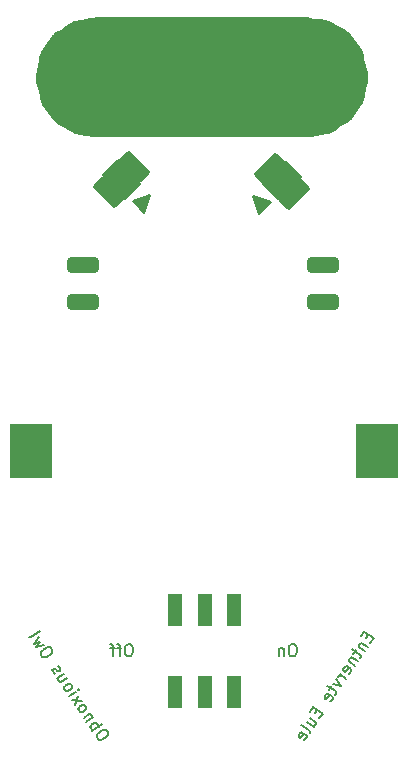
<source format=gbs>
G04 #@! TF.GenerationSoftware,KiCad,Pcbnew,(6.0.10)*
G04 #@! TF.CreationDate,2023-02-21T19:07:07+01:00*
G04 #@! TF.ProjectId,Eule,45756c65-2e6b-4696-9361-645f70636258,rev?*
G04 #@! TF.SameCoordinates,Original*
G04 #@! TF.FileFunction,Soldermask,Bot*
G04 #@! TF.FilePolarity,Negative*
%FSLAX46Y46*%
G04 Gerber Fmt 4.6, Leading zero omitted, Abs format (unit mm)*
G04 Created by KiCad (PCBNEW (6.0.10)) date 2023-02-21 19:07:07*
%MOMM*%
%LPD*%
G01*
G04 APERTURE LIST*
G04 Aperture macros list*
%AMRoundRect*
0 Rectangle with rounded corners*
0 $1 Rounding radius*
0 $2 $3 $4 $5 $6 $7 $8 $9 X,Y pos of 4 corners*
0 Add a 4 corners polygon primitive as box body*
4,1,4,$2,$3,$4,$5,$6,$7,$8,$9,$2,$3,0*
0 Add four circle primitives for the rounded corners*
1,1,$1+$1,$2,$3*
1,1,$1+$1,$4,$5*
1,1,$1+$1,$6,$7*
1,1,$1+$1,$8,$9*
0 Add four rect primitives between the rounded corners*
20,1,$1+$1,$2,$3,$4,$5,0*
20,1,$1+$1,$4,$5,$6,$7,0*
20,1,$1+$1,$6,$7,$8,$9,0*
20,1,$1+$1,$8,$9,$2,$3,0*%
G04 Aperture macros list end*
%ADD10C,0.200000*%
%ADD11C,0.150000*%
%ADD12C,5.075000*%
%ADD13R,1.200000X2.700000*%
%ADD14R,3.600000X4.600000*%
%ADD15RoundRect,0.250000X1.075000X-0.400000X1.075000X0.400000X-1.075000X0.400000X-1.075000X-0.400000X0*%
%ADD16RoundRect,0.250001X-0.433103X1.087175X-1.087175X0.433103X0.433103X-1.087175X1.087175X-0.433103X0*%
%ADD17RoundRect,0.250001X-1.087175X-0.433103X-0.433103X-1.087175X1.087175X0.433103X0.433103X1.087175X0*%
G04 APERTURE END LIST*
D10*
G36*
X61600000Y-50000000D02*
G01*
X60600000Y-51000000D01*
X60100000Y-49500000D01*
X61600000Y-50000000D01*
G37*
X61600000Y-50000000D02*
X60600000Y-51000000D01*
X60100000Y-49500000D01*
X61600000Y-50000000D01*
G36*
X50900000Y-50900000D02*
G01*
X49900000Y-49900000D01*
X51400000Y-49400000D01*
X50900000Y-50900000D01*
G37*
X50900000Y-50900000D02*
X49900000Y-49900000D01*
X51400000Y-49400000D01*
X50900000Y-50900000D01*
D11*
G36*
X50546000Y-48514000D02*
G01*
X49276000Y-49784000D01*
X47371000Y-47752000D01*
X48641000Y-46482000D01*
X50546000Y-48514000D01*
G37*
X50546000Y-48514000D02*
X49276000Y-49784000D01*
X47371000Y-47752000D01*
X48641000Y-46482000D01*
X50546000Y-48514000D01*
D12*
X49307500Y-39450000D02*
G75*
G03*
X49307500Y-39450000I-2537500J0D01*
G01*
D11*
X46770000Y-34450000D02*
X64770000Y-34450000D01*
X64770000Y-34450000D02*
X64770000Y-44450000D01*
X64770000Y-44450000D02*
X46770000Y-44450000D01*
X46770000Y-44450000D02*
X46770000Y-34450000D01*
G36*
X46770000Y-34450000D02*
G01*
X64770000Y-34450000D01*
X64770000Y-44450000D01*
X46770000Y-44450000D01*
X46770000Y-34450000D01*
G37*
D12*
X67307500Y-39450000D02*
G75*
G03*
X67307500Y-39450000I-2537500J0D01*
G01*
D11*
G36*
X64135000Y-47879000D02*
G01*
X62230000Y-49784000D01*
X60960000Y-48514000D01*
X62865000Y-46609000D01*
X64135000Y-47879000D01*
G37*
X64135000Y-47879000D02*
X62230000Y-49784000D01*
X60960000Y-48514000D01*
X62865000Y-46609000D01*
X64135000Y-47879000D01*
X49666666Y-87452380D02*
X49476190Y-87452380D01*
X49380952Y-87500000D01*
X49285714Y-87595238D01*
X49238095Y-87785714D01*
X49238095Y-88119047D01*
X49285714Y-88309523D01*
X49380952Y-88404761D01*
X49476190Y-88452380D01*
X49666666Y-88452380D01*
X49761904Y-88404761D01*
X49857142Y-88309523D01*
X49904761Y-88119047D01*
X49904761Y-87785714D01*
X49857142Y-87595238D01*
X49761904Y-87500000D01*
X49666666Y-87452380D01*
X48952380Y-87785714D02*
X48571428Y-87785714D01*
X48809523Y-88452380D02*
X48809523Y-87595238D01*
X48761904Y-87500000D01*
X48666666Y-87452380D01*
X48571428Y-87452380D01*
X48380952Y-87785714D02*
X48000000Y-87785714D01*
X48238095Y-88452380D02*
X48238095Y-87595238D01*
X48190476Y-87500000D01*
X48095238Y-87452380D01*
X48000000Y-87452380D01*
X47803217Y-94917919D02*
X47696704Y-94760007D01*
X47603970Y-94707679D01*
X47471757Y-94681980D01*
X47287217Y-94749014D01*
X47010871Y-94935412D01*
X46879588Y-95081403D01*
X46853888Y-95213615D01*
X46867667Y-95319200D01*
X46974180Y-95477112D01*
X47066914Y-95529439D01*
X47199127Y-95555139D01*
X47383667Y-95488104D01*
X47660013Y-95301706D01*
X47791296Y-95155715D01*
X47816996Y-95023503D01*
X47803217Y-94917919D01*
X46494871Y-94766508D02*
X47323909Y-94207315D01*
X47008085Y-94420341D02*
X46994307Y-94314757D01*
X46887794Y-94156845D01*
X46795059Y-94104517D01*
X46728953Y-94091667D01*
X46623369Y-94105446D01*
X46386501Y-94265215D01*
X46334173Y-94357950D01*
X46321324Y-94424056D01*
X46335102Y-94529640D01*
X46441615Y-94687552D01*
X46534349Y-94739880D01*
X46541627Y-93643631D02*
X45988935Y-94016426D01*
X46462671Y-93696887D02*
X46475521Y-93630781D01*
X46461742Y-93525197D01*
X46381857Y-93406763D01*
X46289123Y-93354435D01*
X46183539Y-93368214D01*
X45749281Y-93661124D01*
X45403114Y-93147911D02*
X45495848Y-93200238D01*
X45561955Y-93213088D01*
X45667539Y-93199310D01*
X45904407Y-93039540D01*
X45956734Y-92946806D01*
X45969584Y-92880700D01*
X45955806Y-92775115D01*
X45875921Y-92656682D01*
X45783186Y-92604354D01*
X45717080Y-92591504D01*
X45611496Y-92605283D01*
X45374628Y-92765052D01*
X45322300Y-92857786D01*
X45309451Y-92923893D01*
X45323229Y-93029477D01*
X45403114Y-93147911D01*
X45030319Y-92595219D02*
X45290100Y-91788166D01*
X45583010Y-92222424D02*
X44737408Y-92160961D01*
X44524382Y-91845137D02*
X45077074Y-91472342D01*
X45353420Y-91285945D02*
X45340570Y-91352051D01*
X45274464Y-91339201D01*
X45287314Y-91273095D01*
X45353420Y-91285945D01*
X45274464Y-91339201D01*
X44178215Y-91331924D02*
X44270950Y-91384251D01*
X44337056Y-91397101D01*
X44442640Y-91383323D01*
X44679508Y-91223553D01*
X44731836Y-91130819D01*
X44744685Y-91064713D01*
X44730907Y-90959128D01*
X44651022Y-90840694D01*
X44558288Y-90788367D01*
X44492182Y-90775517D01*
X44386597Y-90789295D01*
X44149729Y-90949065D01*
X44097402Y-91041799D01*
X44084552Y-91107906D01*
X44098330Y-91213490D01*
X44178215Y-91331924D01*
X44065201Y-89972179D02*
X43512509Y-90344974D01*
X44304855Y-90327481D02*
X43870597Y-90620391D01*
X43765013Y-90634170D01*
X43672279Y-90581842D01*
X43592394Y-90463408D01*
X43578616Y-90357824D01*
X43591465Y-90291718D01*
X43312333Y-89963044D02*
X43219599Y-89910716D01*
X43113086Y-89752804D01*
X43099307Y-89647220D01*
X43151635Y-89554486D01*
X43191113Y-89527858D01*
X43296697Y-89514079D01*
X43389432Y-89566407D01*
X43469316Y-89684841D01*
X43562051Y-89737169D01*
X43667635Y-89723390D01*
X43707113Y-89696762D01*
X43759441Y-89604027D01*
X43745662Y-89498443D01*
X43665778Y-89380009D01*
X43573043Y-89327681D01*
X43090020Y-87930316D02*
X42983507Y-87772404D01*
X42890773Y-87720077D01*
X42758560Y-87694377D01*
X42574020Y-87761412D01*
X42297674Y-87947810D01*
X42166390Y-88093801D01*
X42140691Y-88226013D01*
X42154469Y-88331597D01*
X42260982Y-88489509D01*
X42353717Y-88541837D01*
X42485929Y-88567536D01*
X42670469Y-88500501D01*
X42946815Y-88314104D01*
X43078099Y-88168113D01*
X43103798Y-88035900D01*
X43090020Y-87930316D01*
X42387622Y-87485066D02*
X41728418Y-87699950D01*
X42016685Y-87275755D01*
X41515392Y-87384126D01*
X41961571Y-86853419D01*
X41115968Y-86791956D02*
X41208703Y-86844284D01*
X41314287Y-86830505D01*
X42024891Y-86351197D01*
X63547619Y-87452380D02*
X63357142Y-87452380D01*
X63261904Y-87500000D01*
X63166666Y-87595238D01*
X63119047Y-87785714D01*
X63119047Y-88119047D01*
X63166666Y-88309523D01*
X63261904Y-88404761D01*
X63357142Y-88452380D01*
X63547619Y-88452380D01*
X63642857Y-88404761D01*
X63738095Y-88309523D01*
X63785714Y-88119047D01*
X63785714Y-87785714D01*
X63738095Y-87595238D01*
X63642857Y-87500000D01*
X63547619Y-87452380D01*
X62690476Y-87785714D02*
X62690476Y-88452380D01*
X62690476Y-87880952D02*
X62642857Y-87833333D01*
X62547619Y-87785714D01*
X62404761Y-87785714D01*
X62309523Y-87833333D01*
X62261904Y-87928571D01*
X62261904Y-88452380D01*
X69856574Y-86637218D02*
X69670176Y-86913564D01*
X70024550Y-87324909D02*
X70290832Y-86930129D01*
X69461794Y-86370936D01*
X69195512Y-86765716D01*
X69232204Y-87307415D02*
X69784895Y-87680211D01*
X69311160Y-87360672D02*
X69245053Y-87373522D01*
X69152319Y-87425849D01*
X69072434Y-87544283D01*
X69058656Y-87649867D01*
X69110984Y-87742602D01*
X69545241Y-88035512D01*
X68806152Y-87939063D02*
X68593126Y-88254887D01*
X68449921Y-87871099D02*
X69160525Y-88350407D01*
X69212853Y-88443142D01*
X69199074Y-88548726D01*
X69145818Y-88627682D01*
X68406728Y-88531233D02*
X68959420Y-88904028D01*
X68485684Y-88584489D02*
X68419578Y-88597339D01*
X68326844Y-88649667D01*
X68246959Y-88768101D01*
X68233181Y-88873685D01*
X68285508Y-88966419D01*
X68719766Y-89259330D01*
X68200980Y-89943305D02*
X68293714Y-89890977D01*
X68400227Y-89733066D01*
X68414006Y-89627481D01*
X68361678Y-89534747D01*
X68045854Y-89321721D01*
X67940270Y-89307943D01*
X67847536Y-89360270D01*
X67741023Y-89518182D01*
X67727244Y-89623766D01*
X67779572Y-89716501D01*
X67858528Y-89769757D01*
X68203766Y-89428234D01*
X67974176Y-90364713D02*
X67421484Y-89991918D01*
X67579396Y-90098431D02*
X67473812Y-90084652D01*
X67407705Y-90097502D01*
X67314971Y-90149830D01*
X67261714Y-90228786D01*
X67128573Y-90426176D02*
X67548124Y-90996361D01*
X66862291Y-90820955D01*
X66729150Y-91018345D02*
X66516124Y-91334169D01*
X66372919Y-90950382D02*
X67083523Y-91429690D01*
X67135851Y-91522424D01*
X67122072Y-91628009D01*
X67068816Y-91706964D01*
X66629914Y-92272506D02*
X66722649Y-92220178D01*
X66829162Y-92062266D01*
X66842940Y-91956682D01*
X66790612Y-91863948D01*
X66474788Y-91650922D01*
X66369204Y-91637143D01*
X66276470Y-91689471D01*
X66169957Y-91847383D01*
X66156178Y-91952967D01*
X66208506Y-92045702D01*
X66287462Y-92098958D01*
X66632700Y-91757435D01*
X65542800Y-93032651D02*
X65356403Y-93308997D01*
X65710776Y-93720341D02*
X65977058Y-93325562D01*
X65148020Y-92766369D01*
X64881738Y-93161149D01*
X64678776Y-94058150D02*
X65231468Y-94430945D01*
X64918430Y-93702848D02*
X65352688Y-93995759D01*
X65405015Y-94088493D01*
X65391237Y-94194077D01*
X65311352Y-94312511D01*
X65218618Y-94364839D01*
X65152512Y-94377689D01*
X64885300Y-94944159D02*
X64899079Y-94838575D01*
X64846751Y-94745840D01*
X64136148Y-94266532D01*
X64419771Y-95549178D02*
X64512505Y-95496851D01*
X64619018Y-95338939D01*
X64632797Y-95233354D01*
X64580469Y-95140620D01*
X64264645Y-94927594D01*
X64159061Y-94913816D01*
X64066326Y-94966143D01*
X63959813Y-95124055D01*
X63946035Y-95229639D01*
X63998363Y-95322374D01*
X64077319Y-95375630D01*
X64422557Y-95034107D01*
D13*
X58500000Y-84550000D03*
X56000000Y-84550000D03*
X53500000Y-84550000D03*
X58500000Y-91450000D03*
X56000000Y-91450000D03*
X53500000Y-91450000D03*
D14*
X41290000Y-71120000D03*
X70590000Y-71120000D03*
D15*
X66040000Y-58470000D03*
X66040000Y-55370000D03*
D16*
X50010000Y-47080000D03*
X47906358Y-49183642D03*
D17*
X61495376Y-47185376D03*
X63599018Y-49289018D03*
D15*
X45720000Y-58470000D03*
X45720000Y-55370000D03*
M02*

</source>
